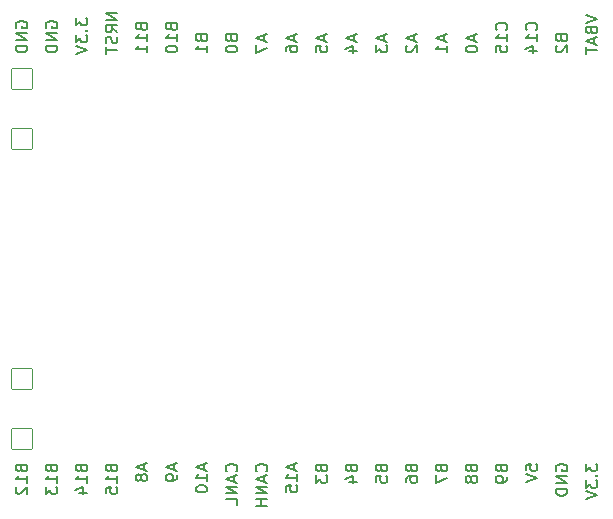
<source format=gbo>
G04 #@! TF.GenerationSoftware,KiCad,Pcbnew,7.0.5*
G04 #@! TF.CreationDate,2023-06-29T23:29:45-06:00*
G04 #@! TF.ProjectId,speedy-breakout,73706565-6479-42d6-9272-65616b6f7574,1.0*
G04 #@! TF.SameCoordinates,Original*
G04 #@! TF.FileFunction,Legend,Bot*
G04 #@! TF.FilePolarity,Positive*
%FSLAX46Y46*%
G04 Gerber Fmt 4.6, Leading zero omitted, Abs format (unit mm)*
G04 Created by KiCad (PCBNEW 7.0.5) date 2023-06-29 23:29:45*
%MOMM*%
%LPD*%
G01*
G04 APERTURE LIST*
G04 Aperture macros list*
%AMRoundRect*
0 Rectangle with rounded corners*
0 $1 Rounding radius*
0 $2 $3 $4 $5 $6 $7 $8 $9 X,Y pos of 4 corners*
0 Add a 4 corners polygon primitive as box body*
4,1,4,$2,$3,$4,$5,$6,$7,$8,$9,$2,$3,0*
0 Add four circle primitives for the rounded corners*
1,1,$1+$1,$2,$3*
1,1,$1+$1,$4,$5*
1,1,$1+$1,$6,$7*
1,1,$1+$1,$8,$9*
0 Add four rect primitives between the rounded corners*
20,1,$1+$1,$2,$3,$4,$5,0*
20,1,$1+$1,$4,$5,$6,$7,0*
20,1,$1+$1,$6,$7,$8,$9,0*
20,1,$1+$1,$8,$9,$2,$3,0*%
G04 Aperture macros list end*
%ADD10C,0.153000*%
%ADD11RoundRect,0.038000X0.850000X-0.850000X0.850000X0.850000X-0.850000X0.850000X-0.850000X-0.850000X0*%
%ADD12O,1.776000X1.776000*%
%ADD13O,2.026000X1.776000*%
%ADD14RoundRect,0.288000X-0.725000X0.600000X-0.725000X-0.600000X0.725000X-0.600000X0.725000X0.600000X0*%
%ADD15C,1.776000*%
%ADD16C,5.676000*%
G04 APERTURE END LIST*
D10*
X141318948Y-117381133D02*
X141318948Y-117857323D01*
X141604663Y-117285895D02*
X140604663Y-117619228D01*
X140604663Y-117619228D02*
X141604663Y-117952561D01*
X141604663Y-118809704D02*
X141604663Y-118238276D01*
X141604663Y-118523990D02*
X140604663Y-118523990D01*
X140604663Y-118523990D02*
X140747520Y-118428752D01*
X140747520Y-118428752D02*
X140842758Y-118333514D01*
X140842758Y-118333514D02*
X140890377Y-118238276D01*
X140604663Y-119714466D02*
X140604663Y-119238276D01*
X140604663Y-119238276D02*
X141080853Y-119190657D01*
X141080853Y-119190657D02*
X141033234Y-119238276D01*
X141033234Y-119238276D02*
X140985615Y-119333514D01*
X140985615Y-119333514D02*
X140985615Y-119571609D01*
X140985615Y-119571609D02*
X141033234Y-119666847D01*
X141033234Y-119666847D02*
X141080853Y-119714466D01*
X141080853Y-119714466D02*
X141176091Y-119762085D01*
X141176091Y-119762085D02*
X141414186Y-119762085D01*
X141414186Y-119762085D02*
X141509424Y-119714466D01*
X141509424Y-119714466D02*
X141557044Y-119666847D01*
X141557044Y-119666847D02*
X141604663Y-119571609D01*
X141604663Y-119571609D02*
X141604663Y-119333514D01*
X141604663Y-119333514D02*
X141557044Y-119238276D01*
X141557044Y-119238276D02*
X141509424Y-119190657D01*
X163512282Y-117952561D02*
X163464663Y-117857323D01*
X163464663Y-117857323D02*
X163464663Y-117714466D01*
X163464663Y-117714466D02*
X163512282Y-117571609D01*
X163512282Y-117571609D02*
X163607520Y-117476371D01*
X163607520Y-117476371D02*
X163702758Y-117428752D01*
X163702758Y-117428752D02*
X163893234Y-117381133D01*
X163893234Y-117381133D02*
X164036091Y-117381133D01*
X164036091Y-117381133D02*
X164226567Y-117428752D01*
X164226567Y-117428752D02*
X164321805Y-117476371D01*
X164321805Y-117476371D02*
X164417044Y-117571609D01*
X164417044Y-117571609D02*
X164464663Y-117714466D01*
X164464663Y-117714466D02*
X164464663Y-117809704D01*
X164464663Y-117809704D02*
X164417044Y-117952561D01*
X164417044Y-117952561D02*
X164369424Y-118000180D01*
X164369424Y-118000180D02*
X164036091Y-118000180D01*
X164036091Y-118000180D02*
X164036091Y-117809704D01*
X164464663Y-118428752D02*
X163464663Y-118428752D01*
X163464663Y-118428752D02*
X164464663Y-119000180D01*
X164464663Y-119000180D02*
X163464663Y-119000180D01*
X164464663Y-119476371D02*
X163464663Y-119476371D01*
X163464663Y-119476371D02*
X163464663Y-119714466D01*
X163464663Y-119714466D02*
X163512282Y-119857323D01*
X163512282Y-119857323D02*
X163607520Y-119952561D01*
X163607520Y-119952561D02*
X163702758Y-120000180D01*
X163702758Y-120000180D02*
X163893234Y-120047799D01*
X163893234Y-120047799D02*
X164036091Y-120047799D01*
X164036091Y-120047799D02*
X164226567Y-120000180D01*
X164226567Y-120000180D02*
X164321805Y-119952561D01*
X164321805Y-119952561D02*
X164417044Y-119857323D01*
X164417044Y-119857323D02*
X164464663Y-119714466D01*
X164464663Y-119714466D02*
X164464663Y-119476371D01*
X125840853Y-117762085D02*
X125888472Y-117904942D01*
X125888472Y-117904942D02*
X125936091Y-117952561D01*
X125936091Y-117952561D02*
X126031329Y-118000180D01*
X126031329Y-118000180D02*
X126174186Y-118000180D01*
X126174186Y-118000180D02*
X126269424Y-117952561D01*
X126269424Y-117952561D02*
X126317044Y-117904942D01*
X126317044Y-117904942D02*
X126364663Y-117809704D01*
X126364663Y-117809704D02*
X126364663Y-117428752D01*
X126364663Y-117428752D02*
X125364663Y-117428752D01*
X125364663Y-117428752D02*
X125364663Y-117762085D01*
X125364663Y-117762085D02*
X125412282Y-117857323D01*
X125412282Y-117857323D02*
X125459901Y-117904942D01*
X125459901Y-117904942D02*
X125555139Y-117952561D01*
X125555139Y-117952561D02*
X125650377Y-117952561D01*
X125650377Y-117952561D02*
X125745615Y-117904942D01*
X125745615Y-117904942D02*
X125793234Y-117857323D01*
X125793234Y-117857323D02*
X125840853Y-117762085D01*
X125840853Y-117762085D02*
X125840853Y-117428752D01*
X126364663Y-118952561D02*
X126364663Y-118381133D01*
X126364663Y-118666847D02*
X125364663Y-118666847D01*
X125364663Y-118666847D02*
X125507520Y-118571609D01*
X125507520Y-118571609D02*
X125602758Y-118476371D01*
X125602758Y-118476371D02*
X125650377Y-118381133D01*
X125364663Y-119857323D02*
X125364663Y-119381133D01*
X125364663Y-119381133D02*
X125840853Y-119333514D01*
X125840853Y-119333514D02*
X125793234Y-119381133D01*
X125793234Y-119381133D02*
X125745615Y-119476371D01*
X125745615Y-119476371D02*
X125745615Y-119714466D01*
X125745615Y-119714466D02*
X125793234Y-119809704D01*
X125793234Y-119809704D02*
X125840853Y-119857323D01*
X125840853Y-119857323D02*
X125936091Y-119904942D01*
X125936091Y-119904942D02*
X126174186Y-119904942D01*
X126174186Y-119904942D02*
X126269424Y-119857323D01*
X126269424Y-119857323D02*
X126317044Y-119809704D01*
X126317044Y-119809704D02*
X126364663Y-119714466D01*
X126364663Y-119714466D02*
X126364663Y-119476371D01*
X126364663Y-119476371D02*
X126317044Y-119381133D01*
X126317044Y-119381133D02*
X126269424Y-119333514D01*
X158860853Y-117762085D02*
X158908472Y-117904942D01*
X158908472Y-117904942D02*
X158956091Y-117952561D01*
X158956091Y-117952561D02*
X159051329Y-118000180D01*
X159051329Y-118000180D02*
X159194186Y-118000180D01*
X159194186Y-118000180D02*
X159289424Y-117952561D01*
X159289424Y-117952561D02*
X159337044Y-117904942D01*
X159337044Y-117904942D02*
X159384663Y-117809704D01*
X159384663Y-117809704D02*
X159384663Y-117428752D01*
X159384663Y-117428752D02*
X158384663Y-117428752D01*
X158384663Y-117428752D02*
X158384663Y-117762085D01*
X158384663Y-117762085D02*
X158432282Y-117857323D01*
X158432282Y-117857323D02*
X158479901Y-117904942D01*
X158479901Y-117904942D02*
X158575139Y-117952561D01*
X158575139Y-117952561D02*
X158670377Y-117952561D01*
X158670377Y-117952561D02*
X158765615Y-117904942D01*
X158765615Y-117904942D02*
X158813234Y-117857323D01*
X158813234Y-117857323D02*
X158860853Y-117762085D01*
X158860853Y-117762085D02*
X158860853Y-117428752D01*
X159384663Y-118476371D02*
X159384663Y-118666847D01*
X159384663Y-118666847D02*
X159337044Y-118762085D01*
X159337044Y-118762085D02*
X159289424Y-118809704D01*
X159289424Y-118809704D02*
X159146567Y-118904942D01*
X159146567Y-118904942D02*
X158956091Y-118952561D01*
X158956091Y-118952561D02*
X158575139Y-118952561D01*
X158575139Y-118952561D02*
X158479901Y-118904942D01*
X158479901Y-118904942D02*
X158432282Y-118857323D01*
X158432282Y-118857323D02*
X158384663Y-118762085D01*
X158384663Y-118762085D02*
X158384663Y-118571609D01*
X158384663Y-118571609D02*
X158432282Y-118476371D01*
X158432282Y-118476371D02*
X158479901Y-118428752D01*
X158479901Y-118428752D02*
X158575139Y-118381133D01*
X158575139Y-118381133D02*
X158813234Y-118381133D01*
X158813234Y-118381133D02*
X158908472Y-118428752D01*
X158908472Y-118428752D02*
X158956091Y-118476371D01*
X158956091Y-118476371D02*
X159003710Y-118571609D01*
X159003710Y-118571609D02*
X159003710Y-118762085D01*
X159003710Y-118762085D02*
X158956091Y-118857323D01*
X158956091Y-118857323D02*
X158908472Y-118904942D01*
X158908472Y-118904942D02*
X158813234Y-118952561D01*
X136429424Y-118000180D02*
X136477044Y-117952561D01*
X136477044Y-117952561D02*
X136524663Y-117809704D01*
X136524663Y-117809704D02*
X136524663Y-117714466D01*
X136524663Y-117714466D02*
X136477044Y-117571609D01*
X136477044Y-117571609D02*
X136381805Y-117476371D01*
X136381805Y-117476371D02*
X136286567Y-117428752D01*
X136286567Y-117428752D02*
X136096091Y-117381133D01*
X136096091Y-117381133D02*
X135953234Y-117381133D01*
X135953234Y-117381133D02*
X135762758Y-117428752D01*
X135762758Y-117428752D02*
X135667520Y-117476371D01*
X135667520Y-117476371D02*
X135572282Y-117571609D01*
X135572282Y-117571609D02*
X135524663Y-117714466D01*
X135524663Y-117714466D02*
X135524663Y-117809704D01*
X135524663Y-117809704D02*
X135572282Y-117952561D01*
X135572282Y-117952561D02*
X135619901Y-118000180D01*
X136238948Y-118381133D02*
X136238948Y-118857323D01*
X136524663Y-118285895D02*
X135524663Y-118619228D01*
X135524663Y-118619228D02*
X136524663Y-118952561D01*
X136524663Y-119285895D02*
X135524663Y-119285895D01*
X135524663Y-119285895D02*
X136524663Y-119857323D01*
X136524663Y-119857323D02*
X135524663Y-119857323D01*
X136524663Y-120809704D02*
X136524663Y-120333514D01*
X136524663Y-120333514D02*
X135524663Y-120333514D01*
X166004663Y-117333514D02*
X166004663Y-117952561D01*
X166004663Y-117952561D02*
X166385615Y-117619228D01*
X166385615Y-117619228D02*
X166385615Y-117762085D01*
X166385615Y-117762085D02*
X166433234Y-117857323D01*
X166433234Y-117857323D02*
X166480853Y-117904942D01*
X166480853Y-117904942D02*
X166576091Y-117952561D01*
X166576091Y-117952561D02*
X166814186Y-117952561D01*
X166814186Y-117952561D02*
X166909424Y-117904942D01*
X166909424Y-117904942D02*
X166957044Y-117857323D01*
X166957044Y-117857323D02*
X167004663Y-117762085D01*
X167004663Y-117762085D02*
X167004663Y-117476371D01*
X167004663Y-117476371D02*
X166957044Y-117381133D01*
X166957044Y-117381133D02*
X166909424Y-117333514D01*
X166909424Y-118381133D02*
X166957044Y-118428752D01*
X166957044Y-118428752D02*
X167004663Y-118381133D01*
X167004663Y-118381133D02*
X166957044Y-118333514D01*
X166957044Y-118333514D02*
X166909424Y-118381133D01*
X166909424Y-118381133D02*
X167004663Y-118381133D01*
X166004663Y-118762085D02*
X166004663Y-119381132D01*
X166004663Y-119381132D02*
X166385615Y-119047799D01*
X166385615Y-119047799D02*
X166385615Y-119190656D01*
X166385615Y-119190656D02*
X166433234Y-119285894D01*
X166433234Y-119285894D02*
X166480853Y-119333513D01*
X166480853Y-119333513D02*
X166576091Y-119381132D01*
X166576091Y-119381132D02*
X166814186Y-119381132D01*
X166814186Y-119381132D02*
X166909424Y-119333513D01*
X166909424Y-119333513D02*
X166957044Y-119285894D01*
X166957044Y-119285894D02*
X167004663Y-119190656D01*
X167004663Y-119190656D02*
X167004663Y-118904942D01*
X167004663Y-118904942D02*
X166957044Y-118809704D01*
X166957044Y-118809704D02*
X166909424Y-118762085D01*
X166004663Y-119666847D02*
X167004663Y-120000180D01*
X167004663Y-120000180D02*
X166004663Y-120333513D01*
X131158948Y-117381133D02*
X131158948Y-117857323D01*
X131444663Y-117285895D02*
X130444663Y-117619228D01*
X130444663Y-117619228D02*
X131444663Y-117952561D01*
X131444663Y-118333514D02*
X131444663Y-118523990D01*
X131444663Y-118523990D02*
X131397044Y-118619228D01*
X131397044Y-118619228D02*
X131349424Y-118666847D01*
X131349424Y-118666847D02*
X131206567Y-118762085D01*
X131206567Y-118762085D02*
X131016091Y-118809704D01*
X131016091Y-118809704D02*
X130635139Y-118809704D01*
X130635139Y-118809704D02*
X130539901Y-118762085D01*
X130539901Y-118762085D02*
X130492282Y-118714466D01*
X130492282Y-118714466D02*
X130444663Y-118619228D01*
X130444663Y-118619228D02*
X130444663Y-118428752D01*
X130444663Y-118428752D02*
X130492282Y-118333514D01*
X130492282Y-118333514D02*
X130539901Y-118285895D01*
X130539901Y-118285895D02*
X130635139Y-118238276D01*
X130635139Y-118238276D02*
X130873234Y-118238276D01*
X130873234Y-118238276D02*
X130968472Y-118285895D01*
X130968472Y-118285895D02*
X131016091Y-118333514D01*
X131016091Y-118333514D02*
X131063710Y-118428752D01*
X131063710Y-118428752D02*
X131063710Y-118619228D01*
X131063710Y-118619228D02*
X131016091Y-118714466D01*
X131016091Y-118714466D02*
X130968472Y-118762085D01*
X130968472Y-118762085D02*
X130873234Y-118809704D01*
X160924663Y-117904942D02*
X160924663Y-117428752D01*
X160924663Y-117428752D02*
X161400853Y-117381133D01*
X161400853Y-117381133D02*
X161353234Y-117428752D01*
X161353234Y-117428752D02*
X161305615Y-117523990D01*
X161305615Y-117523990D02*
X161305615Y-117762085D01*
X161305615Y-117762085D02*
X161353234Y-117857323D01*
X161353234Y-117857323D02*
X161400853Y-117904942D01*
X161400853Y-117904942D02*
X161496091Y-117952561D01*
X161496091Y-117952561D02*
X161734186Y-117952561D01*
X161734186Y-117952561D02*
X161829424Y-117904942D01*
X161829424Y-117904942D02*
X161877044Y-117857323D01*
X161877044Y-117857323D02*
X161924663Y-117762085D01*
X161924663Y-117762085D02*
X161924663Y-117523990D01*
X161924663Y-117523990D02*
X161877044Y-117428752D01*
X161877044Y-117428752D02*
X161829424Y-117381133D01*
X160924663Y-118238276D02*
X161924663Y-118571609D01*
X161924663Y-118571609D02*
X160924663Y-118904942D01*
X120760853Y-117762085D02*
X120808472Y-117904942D01*
X120808472Y-117904942D02*
X120856091Y-117952561D01*
X120856091Y-117952561D02*
X120951329Y-118000180D01*
X120951329Y-118000180D02*
X121094186Y-118000180D01*
X121094186Y-118000180D02*
X121189424Y-117952561D01*
X121189424Y-117952561D02*
X121237044Y-117904942D01*
X121237044Y-117904942D02*
X121284663Y-117809704D01*
X121284663Y-117809704D02*
X121284663Y-117428752D01*
X121284663Y-117428752D02*
X120284663Y-117428752D01*
X120284663Y-117428752D02*
X120284663Y-117762085D01*
X120284663Y-117762085D02*
X120332282Y-117857323D01*
X120332282Y-117857323D02*
X120379901Y-117904942D01*
X120379901Y-117904942D02*
X120475139Y-117952561D01*
X120475139Y-117952561D02*
X120570377Y-117952561D01*
X120570377Y-117952561D02*
X120665615Y-117904942D01*
X120665615Y-117904942D02*
X120713234Y-117857323D01*
X120713234Y-117857323D02*
X120760853Y-117762085D01*
X120760853Y-117762085D02*
X120760853Y-117428752D01*
X121284663Y-118952561D02*
X121284663Y-118381133D01*
X121284663Y-118666847D02*
X120284663Y-118666847D01*
X120284663Y-118666847D02*
X120427520Y-118571609D01*
X120427520Y-118571609D02*
X120522758Y-118476371D01*
X120522758Y-118476371D02*
X120570377Y-118381133D01*
X120284663Y-119285895D02*
X120284663Y-119904942D01*
X120284663Y-119904942D02*
X120665615Y-119571609D01*
X120665615Y-119571609D02*
X120665615Y-119714466D01*
X120665615Y-119714466D02*
X120713234Y-119809704D01*
X120713234Y-119809704D02*
X120760853Y-119857323D01*
X120760853Y-119857323D02*
X120856091Y-119904942D01*
X120856091Y-119904942D02*
X121094186Y-119904942D01*
X121094186Y-119904942D02*
X121189424Y-119857323D01*
X121189424Y-119857323D02*
X121237044Y-119809704D01*
X121237044Y-119809704D02*
X121284663Y-119714466D01*
X121284663Y-119714466D02*
X121284663Y-119428752D01*
X121284663Y-119428752D02*
X121237044Y-119333514D01*
X121237044Y-119333514D02*
X121189424Y-119285895D01*
X143620853Y-117762085D02*
X143668472Y-117904942D01*
X143668472Y-117904942D02*
X143716091Y-117952561D01*
X143716091Y-117952561D02*
X143811329Y-118000180D01*
X143811329Y-118000180D02*
X143954186Y-118000180D01*
X143954186Y-118000180D02*
X144049424Y-117952561D01*
X144049424Y-117952561D02*
X144097044Y-117904942D01*
X144097044Y-117904942D02*
X144144663Y-117809704D01*
X144144663Y-117809704D02*
X144144663Y-117428752D01*
X144144663Y-117428752D02*
X143144663Y-117428752D01*
X143144663Y-117428752D02*
X143144663Y-117762085D01*
X143144663Y-117762085D02*
X143192282Y-117857323D01*
X143192282Y-117857323D02*
X143239901Y-117904942D01*
X143239901Y-117904942D02*
X143335139Y-117952561D01*
X143335139Y-117952561D02*
X143430377Y-117952561D01*
X143430377Y-117952561D02*
X143525615Y-117904942D01*
X143525615Y-117904942D02*
X143573234Y-117857323D01*
X143573234Y-117857323D02*
X143620853Y-117762085D01*
X143620853Y-117762085D02*
X143620853Y-117428752D01*
X143144663Y-118333514D02*
X143144663Y-118952561D01*
X143144663Y-118952561D02*
X143525615Y-118619228D01*
X143525615Y-118619228D02*
X143525615Y-118762085D01*
X143525615Y-118762085D02*
X143573234Y-118857323D01*
X143573234Y-118857323D02*
X143620853Y-118904942D01*
X143620853Y-118904942D02*
X143716091Y-118952561D01*
X143716091Y-118952561D02*
X143954186Y-118952561D01*
X143954186Y-118952561D02*
X144049424Y-118904942D01*
X144049424Y-118904942D02*
X144097044Y-118857323D01*
X144097044Y-118857323D02*
X144144663Y-118762085D01*
X144144663Y-118762085D02*
X144144663Y-118476371D01*
X144144663Y-118476371D02*
X144097044Y-118381133D01*
X144097044Y-118381133D02*
X144049424Y-118333514D01*
X138969424Y-118000180D02*
X139017044Y-117952561D01*
X139017044Y-117952561D02*
X139064663Y-117809704D01*
X139064663Y-117809704D02*
X139064663Y-117714466D01*
X139064663Y-117714466D02*
X139017044Y-117571609D01*
X139017044Y-117571609D02*
X138921805Y-117476371D01*
X138921805Y-117476371D02*
X138826567Y-117428752D01*
X138826567Y-117428752D02*
X138636091Y-117381133D01*
X138636091Y-117381133D02*
X138493234Y-117381133D01*
X138493234Y-117381133D02*
X138302758Y-117428752D01*
X138302758Y-117428752D02*
X138207520Y-117476371D01*
X138207520Y-117476371D02*
X138112282Y-117571609D01*
X138112282Y-117571609D02*
X138064663Y-117714466D01*
X138064663Y-117714466D02*
X138064663Y-117809704D01*
X138064663Y-117809704D02*
X138112282Y-117952561D01*
X138112282Y-117952561D02*
X138159901Y-118000180D01*
X138778948Y-118381133D02*
X138778948Y-118857323D01*
X139064663Y-118285895D02*
X138064663Y-118619228D01*
X138064663Y-118619228D02*
X139064663Y-118952561D01*
X139064663Y-119285895D02*
X138064663Y-119285895D01*
X138064663Y-119285895D02*
X139064663Y-119857323D01*
X139064663Y-119857323D02*
X138064663Y-119857323D01*
X139064663Y-120333514D02*
X138064663Y-120333514D01*
X138540853Y-120333514D02*
X138540853Y-120904942D01*
X139064663Y-120904942D02*
X138064663Y-120904942D01*
X146160853Y-117762085D02*
X146208472Y-117904942D01*
X146208472Y-117904942D02*
X146256091Y-117952561D01*
X146256091Y-117952561D02*
X146351329Y-118000180D01*
X146351329Y-118000180D02*
X146494186Y-118000180D01*
X146494186Y-118000180D02*
X146589424Y-117952561D01*
X146589424Y-117952561D02*
X146637044Y-117904942D01*
X146637044Y-117904942D02*
X146684663Y-117809704D01*
X146684663Y-117809704D02*
X146684663Y-117428752D01*
X146684663Y-117428752D02*
X145684663Y-117428752D01*
X145684663Y-117428752D02*
X145684663Y-117762085D01*
X145684663Y-117762085D02*
X145732282Y-117857323D01*
X145732282Y-117857323D02*
X145779901Y-117904942D01*
X145779901Y-117904942D02*
X145875139Y-117952561D01*
X145875139Y-117952561D02*
X145970377Y-117952561D01*
X145970377Y-117952561D02*
X146065615Y-117904942D01*
X146065615Y-117904942D02*
X146113234Y-117857323D01*
X146113234Y-117857323D02*
X146160853Y-117762085D01*
X146160853Y-117762085D02*
X146160853Y-117428752D01*
X146017996Y-118857323D02*
X146684663Y-118857323D01*
X145637044Y-118619228D02*
X146351329Y-118381133D01*
X146351329Y-118381133D02*
X146351329Y-119000180D01*
X133698948Y-117381133D02*
X133698948Y-117857323D01*
X133984663Y-117285895D02*
X132984663Y-117619228D01*
X132984663Y-117619228D02*
X133984663Y-117952561D01*
X133984663Y-118809704D02*
X133984663Y-118238276D01*
X133984663Y-118523990D02*
X132984663Y-118523990D01*
X132984663Y-118523990D02*
X133127520Y-118428752D01*
X133127520Y-118428752D02*
X133222758Y-118333514D01*
X133222758Y-118333514D02*
X133270377Y-118238276D01*
X132984663Y-119428752D02*
X132984663Y-119523990D01*
X132984663Y-119523990D02*
X133032282Y-119619228D01*
X133032282Y-119619228D02*
X133079901Y-119666847D01*
X133079901Y-119666847D02*
X133175139Y-119714466D01*
X133175139Y-119714466D02*
X133365615Y-119762085D01*
X133365615Y-119762085D02*
X133603710Y-119762085D01*
X133603710Y-119762085D02*
X133794186Y-119714466D01*
X133794186Y-119714466D02*
X133889424Y-119666847D01*
X133889424Y-119666847D02*
X133937044Y-119619228D01*
X133937044Y-119619228D02*
X133984663Y-119523990D01*
X133984663Y-119523990D02*
X133984663Y-119428752D01*
X133984663Y-119428752D02*
X133937044Y-119333514D01*
X133937044Y-119333514D02*
X133889424Y-119285895D01*
X133889424Y-119285895D02*
X133794186Y-119238276D01*
X133794186Y-119238276D02*
X133603710Y-119190657D01*
X133603710Y-119190657D02*
X133365615Y-119190657D01*
X133365615Y-119190657D02*
X133175139Y-119238276D01*
X133175139Y-119238276D02*
X133079901Y-119285895D01*
X133079901Y-119285895D02*
X133032282Y-119333514D01*
X133032282Y-119333514D02*
X132984663Y-119428752D01*
X128618948Y-117381133D02*
X128618948Y-117857323D01*
X128904663Y-117285895D02*
X127904663Y-117619228D01*
X127904663Y-117619228D02*
X128904663Y-117952561D01*
X128333234Y-118428752D02*
X128285615Y-118333514D01*
X128285615Y-118333514D02*
X128237996Y-118285895D01*
X128237996Y-118285895D02*
X128142758Y-118238276D01*
X128142758Y-118238276D02*
X128095139Y-118238276D01*
X128095139Y-118238276D02*
X127999901Y-118285895D01*
X127999901Y-118285895D02*
X127952282Y-118333514D01*
X127952282Y-118333514D02*
X127904663Y-118428752D01*
X127904663Y-118428752D02*
X127904663Y-118619228D01*
X127904663Y-118619228D02*
X127952282Y-118714466D01*
X127952282Y-118714466D02*
X127999901Y-118762085D01*
X127999901Y-118762085D02*
X128095139Y-118809704D01*
X128095139Y-118809704D02*
X128142758Y-118809704D01*
X128142758Y-118809704D02*
X128237996Y-118762085D01*
X128237996Y-118762085D02*
X128285615Y-118714466D01*
X128285615Y-118714466D02*
X128333234Y-118619228D01*
X128333234Y-118619228D02*
X128333234Y-118428752D01*
X128333234Y-118428752D02*
X128380853Y-118333514D01*
X128380853Y-118333514D02*
X128428472Y-118285895D01*
X128428472Y-118285895D02*
X128523710Y-118238276D01*
X128523710Y-118238276D02*
X128714186Y-118238276D01*
X128714186Y-118238276D02*
X128809424Y-118285895D01*
X128809424Y-118285895D02*
X128857044Y-118333514D01*
X128857044Y-118333514D02*
X128904663Y-118428752D01*
X128904663Y-118428752D02*
X128904663Y-118619228D01*
X128904663Y-118619228D02*
X128857044Y-118714466D01*
X128857044Y-118714466D02*
X128809424Y-118762085D01*
X128809424Y-118762085D02*
X128714186Y-118809704D01*
X128714186Y-118809704D02*
X128523710Y-118809704D01*
X128523710Y-118809704D02*
X128428472Y-118762085D01*
X128428472Y-118762085D02*
X128380853Y-118714466D01*
X128380853Y-118714466D02*
X128333234Y-118619228D01*
X118220853Y-117762085D02*
X118268472Y-117904942D01*
X118268472Y-117904942D02*
X118316091Y-117952561D01*
X118316091Y-117952561D02*
X118411329Y-118000180D01*
X118411329Y-118000180D02*
X118554186Y-118000180D01*
X118554186Y-118000180D02*
X118649424Y-117952561D01*
X118649424Y-117952561D02*
X118697044Y-117904942D01*
X118697044Y-117904942D02*
X118744663Y-117809704D01*
X118744663Y-117809704D02*
X118744663Y-117428752D01*
X118744663Y-117428752D02*
X117744663Y-117428752D01*
X117744663Y-117428752D02*
X117744663Y-117762085D01*
X117744663Y-117762085D02*
X117792282Y-117857323D01*
X117792282Y-117857323D02*
X117839901Y-117904942D01*
X117839901Y-117904942D02*
X117935139Y-117952561D01*
X117935139Y-117952561D02*
X118030377Y-117952561D01*
X118030377Y-117952561D02*
X118125615Y-117904942D01*
X118125615Y-117904942D02*
X118173234Y-117857323D01*
X118173234Y-117857323D02*
X118220853Y-117762085D01*
X118220853Y-117762085D02*
X118220853Y-117428752D01*
X118744663Y-118952561D02*
X118744663Y-118381133D01*
X118744663Y-118666847D02*
X117744663Y-118666847D01*
X117744663Y-118666847D02*
X117887520Y-118571609D01*
X117887520Y-118571609D02*
X117982758Y-118476371D01*
X117982758Y-118476371D02*
X118030377Y-118381133D01*
X117839901Y-119333514D02*
X117792282Y-119381133D01*
X117792282Y-119381133D02*
X117744663Y-119476371D01*
X117744663Y-119476371D02*
X117744663Y-119714466D01*
X117744663Y-119714466D02*
X117792282Y-119809704D01*
X117792282Y-119809704D02*
X117839901Y-119857323D01*
X117839901Y-119857323D02*
X117935139Y-119904942D01*
X117935139Y-119904942D02*
X118030377Y-119904942D01*
X118030377Y-119904942D02*
X118173234Y-119857323D01*
X118173234Y-119857323D02*
X118744663Y-119285895D01*
X118744663Y-119285895D02*
X118744663Y-119904942D01*
X156320853Y-117762085D02*
X156368472Y-117904942D01*
X156368472Y-117904942D02*
X156416091Y-117952561D01*
X156416091Y-117952561D02*
X156511329Y-118000180D01*
X156511329Y-118000180D02*
X156654186Y-118000180D01*
X156654186Y-118000180D02*
X156749424Y-117952561D01*
X156749424Y-117952561D02*
X156797044Y-117904942D01*
X156797044Y-117904942D02*
X156844663Y-117809704D01*
X156844663Y-117809704D02*
X156844663Y-117428752D01*
X156844663Y-117428752D02*
X155844663Y-117428752D01*
X155844663Y-117428752D02*
X155844663Y-117762085D01*
X155844663Y-117762085D02*
X155892282Y-117857323D01*
X155892282Y-117857323D02*
X155939901Y-117904942D01*
X155939901Y-117904942D02*
X156035139Y-117952561D01*
X156035139Y-117952561D02*
X156130377Y-117952561D01*
X156130377Y-117952561D02*
X156225615Y-117904942D01*
X156225615Y-117904942D02*
X156273234Y-117857323D01*
X156273234Y-117857323D02*
X156320853Y-117762085D01*
X156320853Y-117762085D02*
X156320853Y-117428752D01*
X156273234Y-118571609D02*
X156225615Y-118476371D01*
X156225615Y-118476371D02*
X156177996Y-118428752D01*
X156177996Y-118428752D02*
X156082758Y-118381133D01*
X156082758Y-118381133D02*
X156035139Y-118381133D01*
X156035139Y-118381133D02*
X155939901Y-118428752D01*
X155939901Y-118428752D02*
X155892282Y-118476371D01*
X155892282Y-118476371D02*
X155844663Y-118571609D01*
X155844663Y-118571609D02*
X155844663Y-118762085D01*
X155844663Y-118762085D02*
X155892282Y-118857323D01*
X155892282Y-118857323D02*
X155939901Y-118904942D01*
X155939901Y-118904942D02*
X156035139Y-118952561D01*
X156035139Y-118952561D02*
X156082758Y-118952561D01*
X156082758Y-118952561D02*
X156177996Y-118904942D01*
X156177996Y-118904942D02*
X156225615Y-118857323D01*
X156225615Y-118857323D02*
X156273234Y-118762085D01*
X156273234Y-118762085D02*
X156273234Y-118571609D01*
X156273234Y-118571609D02*
X156320853Y-118476371D01*
X156320853Y-118476371D02*
X156368472Y-118428752D01*
X156368472Y-118428752D02*
X156463710Y-118381133D01*
X156463710Y-118381133D02*
X156654186Y-118381133D01*
X156654186Y-118381133D02*
X156749424Y-118428752D01*
X156749424Y-118428752D02*
X156797044Y-118476371D01*
X156797044Y-118476371D02*
X156844663Y-118571609D01*
X156844663Y-118571609D02*
X156844663Y-118762085D01*
X156844663Y-118762085D02*
X156797044Y-118857323D01*
X156797044Y-118857323D02*
X156749424Y-118904942D01*
X156749424Y-118904942D02*
X156654186Y-118952561D01*
X156654186Y-118952561D02*
X156463710Y-118952561D01*
X156463710Y-118952561D02*
X156368472Y-118904942D01*
X156368472Y-118904942D02*
X156320853Y-118857323D01*
X156320853Y-118857323D02*
X156273234Y-118762085D01*
X148700853Y-117762085D02*
X148748472Y-117904942D01*
X148748472Y-117904942D02*
X148796091Y-117952561D01*
X148796091Y-117952561D02*
X148891329Y-118000180D01*
X148891329Y-118000180D02*
X149034186Y-118000180D01*
X149034186Y-118000180D02*
X149129424Y-117952561D01*
X149129424Y-117952561D02*
X149177044Y-117904942D01*
X149177044Y-117904942D02*
X149224663Y-117809704D01*
X149224663Y-117809704D02*
X149224663Y-117428752D01*
X149224663Y-117428752D02*
X148224663Y-117428752D01*
X148224663Y-117428752D02*
X148224663Y-117762085D01*
X148224663Y-117762085D02*
X148272282Y-117857323D01*
X148272282Y-117857323D02*
X148319901Y-117904942D01*
X148319901Y-117904942D02*
X148415139Y-117952561D01*
X148415139Y-117952561D02*
X148510377Y-117952561D01*
X148510377Y-117952561D02*
X148605615Y-117904942D01*
X148605615Y-117904942D02*
X148653234Y-117857323D01*
X148653234Y-117857323D02*
X148700853Y-117762085D01*
X148700853Y-117762085D02*
X148700853Y-117428752D01*
X148224663Y-118904942D02*
X148224663Y-118428752D01*
X148224663Y-118428752D02*
X148700853Y-118381133D01*
X148700853Y-118381133D02*
X148653234Y-118428752D01*
X148653234Y-118428752D02*
X148605615Y-118523990D01*
X148605615Y-118523990D02*
X148605615Y-118762085D01*
X148605615Y-118762085D02*
X148653234Y-118857323D01*
X148653234Y-118857323D02*
X148700853Y-118904942D01*
X148700853Y-118904942D02*
X148796091Y-118952561D01*
X148796091Y-118952561D02*
X149034186Y-118952561D01*
X149034186Y-118952561D02*
X149129424Y-118904942D01*
X149129424Y-118904942D02*
X149177044Y-118857323D01*
X149177044Y-118857323D02*
X149224663Y-118762085D01*
X149224663Y-118762085D02*
X149224663Y-118523990D01*
X149224663Y-118523990D02*
X149177044Y-118428752D01*
X149177044Y-118428752D02*
X149129424Y-118381133D01*
X153780853Y-117762085D02*
X153828472Y-117904942D01*
X153828472Y-117904942D02*
X153876091Y-117952561D01*
X153876091Y-117952561D02*
X153971329Y-118000180D01*
X153971329Y-118000180D02*
X154114186Y-118000180D01*
X154114186Y-118000180D02*
X154209424Y-117952561D01*
X154209424Y-117952561D02*
X154257044Y-117904942D01*
X154257044Y-117904942D02*
X154304663Y-117809704D01*
X154304663Y-117809704D02*
X154304663Y-117428752D01*
X154304663Y-117428752D02*
X153304663Y-117428752D01*
X153304663Y-117428752D02*
X153304663Y-117762085D01*
X153304663Y-117762085D02*
X153352282Y-117857323D01*
X153352282Y-117857323D02*
X153399901Y-117904942D01*
X153399901Y-117904942D02*
X153495139Y-117952561D01*
X153495139Y-117952561D02*
X153590377Y-117952561D01*
X153590377Y-117952561D02*
X153685615Y-117904942D01*
X153685615Y-117904942D02*
X153733234Y-117857323D01*
X153733234Y-117857323D02*
X153780853Y-117762085D01*
X153780853Y-117762085D02*
X153780853Y-117428752D01*
X153304663Y-118333514D02*
X153304663Y-119000180D01*
X153304663Y-119000180D02*
X154304663Y-118571609D01*
X123300853Y-117762085D02*
X123348472Y-117904942D01*
X123348472Y-117904942D02*
X123396091Y-117952561D01*
X123396091Y-117952561D02*
X123491329Y-118000180D01*
X123491329Y-118000180D02*
X123634186Y-118000180D01*
X123634186Y-118000180D02*
X123729424Y-117952561D01*
X123729424Y-117952561D02*
X123777044Y-117904942D01*
X123777044Y-117904942D02*
X123824663Y-117809704D01*
X123824663Y-117809704D02*
X123824663Y-117428752D01*
X123824663Y-117428752D02*
X122824663Y-117428752D01*
X122824663Y-117428752D02*
X122824663Y-117762085D01*
X122824663Y-117762085D02*
X122872282Y-117857323D01*
X122872282Y-117857323D02*
X122919901Y-117904942D01*
X122919901Y-117904942D02*
X123015139Y-117952561D01*
X123015139Y-117952561D02*
X123110377Y-117952561D01*
X123110377Y-117952561D02*
X123205615Y-117904942D01*
X123205615Y-117904942D02*
X123253234Y-117857323D01*
X123253234Y-117857323D02*
X123300853Y-117762085D01*
X123300853Y-117762085D02*
X123300853Y-117428752D01*
X123824663Y-118952561D02*
X123824663Y-118381133D01*
X123824663Y-118666847D02*
X122824663Y-118666847D01*
X122824663Y-118666847D02*
X122967520Y-118571609D01*
X122967520Y-118571609D02*
X123062758Y-118476371D01*
X123062758Y-118476371D02*
X123110377Y-118381133D01*
X123157996Y-119809704D02*
X123824663Y-119809704D01*
X122777044Y-119571609D02*
X123491329Y-119333514D01*
X123491329Y-119333514D02*
X123491329Y-119952561D01*
X151240853Y-117762085D02*
X151288472Y-117904942D01*
X151288472Y-117904942D02*
X151336091Y-117952561D01*
X151336091Y-117952561D02*
X151431329Y-118000180D01*
X151431329Y-118000180D02*
X151574186Y-118000180D01*
X151574186Y-118000180D02*
X151669424Y-117952561D01*
X151669424Y-117952561D02*
X151717044Y-117904942D01*
X151717044Y-117904942D02*
X151764663Y-117809704D01*
X151764663Y-117809704D02*
X151764663Y-117428752D01*
X151764663Y-117428752D02*
X150764663Y-117428752D01*
X150764663Y-117428752D02*
X150764663Y-117762085D01*
X150764663Y-117762085D02*
X150812282Y-117857323D01*
X150812282Y-117857323D02*
X150859901Y-117904942D01*
X150859901Y-117904942D02*
X150955139Y-117952561D01*
X150955139Y-117952561D02*
X151050377Y-117952561D01*
X151050377Y-117952561D02*
X151145615Y-117904942D01*
X151145615Y-117904942D02*
X151193234Y-117857323D01*
X151193234Y-117857323D02*
X151240853Y-117762085D01*
X151240853Y-117762085D02*
X151240853Y-117428752D01*
X150764663Y-118857323D02*
X150764663Y-118666847D01*
X150764663Y-118666847D02*
X150812282Y-118571609D01*
X150812282Y-118571609D02*
X150859901Y-118523990D01*
X150859901Y-118523990D02*
X151002758Y-118428752D01*
X151002758Y-118428752D02*
X151193234Y-118381133D01*
X151193234Y-118381133D02*
X151574186Y-118381133D01*
X151574186Y-118381133D02*
X151669424Y-118428752D01*
X151669424Y-118428752D02*
X151717044Y-118476371D01*
X151717044Y-118476371D02*
X151764663Y-118571609D01*
X151764663Y-118571609D02*
X151764663Y-118762085D01*
X151764663Y-118762085D02*
X151717044Y-118857323D01*
X151717044Y-118857323D02*
X151669424Y-118904942D01*
X151669424Y-118904942D02*
X151574186Y-118952561D01*
X151574186Y-118952561D02*
X151336091Y-118952561D01*
X151336091Y-118952561D02*
X151240853Y-118904942D01*
X151240853Y-118904942D02*
X151193234Y-118857323D01*
X151193234Y-118857323D02*
X151145615Y-118762085D01*
X151145615Y-118762085D02*
X151145615Y-118571609D01*
X151145615Y-118571609D02*
X151193234Y-118476371D01*
X151193234Y-118476371D02*
X151240853Y-118428752D01*
X151240853Y-118428752D02*
X151336091Y-118381133D01*
X130920853Y-80386009D02*
X130968472Y-80528866D01*
X130968472Y-80528866D02*
X131016091Y-80576485D01*
X131016091Y-80576485D02*
X131111329Y-80624104D01*
X131111329Y-80624104D02*
X131254186Y-80624104D01*
X131254186Y-80624104D02*
X131349424Y-80576485D01*
X131349424Y-80576485D02*
X131397044Y-80528866D01*
X131397044Y-80528866D02*
X131444663Y-80433628D01*
X131444663Y-80433628D02*
X131444663Y-80052676D01*
X131444663Y-80052676D02*
X130444663Y-80052676D01*
X130444663Y-80052676D02*
X130444663Y-80386009D01*
X130444663Y-80386009D02*
X130492282Y-80481247D01*
X130492282Y-80481247D02*
X130539901Y-80528866D01*
X130539901Y-80528866D02*
X130635139Y-80576485D01*
X130635139Y-80576485D02*
X130730377Y-80576485D01*
X130730377Y-80576485D02*
X130825615Y-80528866D01*
X130825615Y-80528866D02*
X130873234Y-80481247D01*
X130873234Y-80481247D02*
X130920853Y-80386009D01*
X130920853Y-80386009D02*
X130920853Y-80052676D01*
X131444663Y-81576485D02*
X131444663Y-81005057D01*
X131444663Y-81290771D02*
X130444663Y-81290771D01*
X130444663Y-81290771D02*
X130587520Y-81195533D01*
X130587520Y-81195533D02*
X130682758Y-81100295D01*
X130682758Y-81100295D02*
X130730377Y-81005057D01*
X130444663Y-82195533D02*
X130444663Y-82290771D01*
X130444663Y-82290771D02*
X130492282Y-82386009D01*
X130492282Y-82386009D02*
X130539901Y-82433628D01*
X130539901Y-82433628D02*
X130635139Y-82481247D01*
X130635139Y-82481247D02*
X130825615Y-82528866D01*
X130825615Y-82528866D02*
X131063710Y-82528866D01*
X131063710Y-82528866D02*
X131254186Y-82481247D01*
X131254186Y-82481247D02*
X131349424Y-82433628D01*
X131349424Y-82433628D02*
X131397044Y-82386009D01*
X131397044Y-82386009D02*
X131444663Y-82290771D01*
X131444663Y-82290771D02*
X131444663Y-82195533D01*
X131444663Y-82195533D02*
X131397044Y-82100295D01*
X131397044Y-82100295D02*
X131349424Y-82052676D01*
X131349424Y-82052676D02*
X131254186Y-82005057D01*
X131254186Y-82005057D02*
X131063710Y-81957438D01*
X131063710Y-81957438D02*
X130825615Y-81957438D01*
X130825615Y-81957438D02*
X130635139Y-82005057D01*
X130635139Y-82005057D02*
X130539901Y-82052676D01*
X130539901Y-82052676D02*
X130492282Y-82100295D01*
X130492282Y-82100295D02*
X130444663Y-82195533D01*
X126364663Y-79195533D02*
X125364663Y-79195533D01*
X125364663Y-79195533D02*
X126364663Y-79766961D01*
X126364663Y-79766961D02*
X125364663Y-79766961D01*
X126364663Y-80814580D02*
X125888472Y-80481247D01*
X126364663Y-80243152D02*
X125364663Y-80243152D01*
X125364663Y-80243152D02*
X125364663Y-80624104D01*
X125364663Y-80624104D02*
X125412282Y-80719342D01*
X125412282Y-80719342D02*
X125459901Y-80766961D01*
X125459901Y-80766961D02*
X125555139Y-80814580D01*
X125555139Y-80814580D02*
X125697996Y-80814580D01*
X125697996Y-80814580D02*
X125793234Y-80766961D01*
X125793234Y-80766961D02*
X125840853Y-80719342D01*
X125840853Y-80719342D02*
X125888472Y-80624104D01*
X125888472Y-80624104D02*
X125888472Y-80243152D01*
X126317044Y-81195533D02*
X126364663Y-81338390D01*
X126364663Y-81338390D02*
X126364663Y-81576485D01*
X126364663Y-81576485D02*
X126317044Y-81671723D01*
X126317044Y-81671723D02*
X126269424Y-81719342D01*
X126269424Y-81719342D02*
X126174186Y-81766961D01*
X126174186Y-81766961D02*
X126078948Y-81766961D01*
X126078948Y-81766961D02*
X125983710Y-81719342D01*
X125983710Y-81719342D02*
X125936091Y-81671723D01*
X125936091Y-81671723D02*
X125888472Y-81576485D01*
X125888472Y-81576485D02*
X125840853Y-81386009D01*
X125840853Y-81386009D02*
X125793234Y-81290771D01*
X125793234Y-81290771D02*
X125745615Y-81243152D01*
X125745615Y-81243152D02*
X125650377Y-81195533D01*
X125650377Y-81195533D02*
X125555139Y-81195533D01*
X125555139Y-81195533D02*
X125459901Y-81243152D01*
X125459901Y-81243152D02*
X125412282Y-81290771D01*
X125412282Y-81290771D02*
X125364663Y-81386009D01*
X125364663Y-81386009D02*
X125364663Y-81624104D01*
X125364663Y-81624104D02*
X125412282Y-81766961D01*
X125364663Y-82052676D02*
X125364663Y-82624104D01*
X126364663Y-82338390D02*
X125364663Y-82338390D01*
X117792282Y-80433628D02*
X117744663Y-80338390D01*
X117744663Y-80338390D02*
X117744663Y-80195533D01*
X117744663Y-80195533D02*
X117792282Y-80052676D01*
X117792282Y-80052676D02*
X117887520Y-79957438D01*
X117887520Y-79957438D02*
X117982758Y-79909819D01*
X117982758Y-79909819D02*
X118173234Y-79862200D01*
X118173234Y-79862200D02*
X118316091Y-79862200D01*
X118316091Y-79862200D02*
X118506567Y-79909819D01*
X118506567Y-79909819D02*
X118601805Y-79957438D01*
X118601805Y-79957438D02*
X118697044Y-80052676D01*
X118697044Y-80052676D02*
X118744663Y-80195533D01*
X118744663Y-80195533D02*
X118744663Y-80290771D01*
X118744663Y-80290771D02*
X118697044Y-80433628D01*
X118697044Y-80433628D02*
X118649424Y-80481247D01*
X118649424Y-80481247D02*
X118316091Y-80481247D01*
X118316091Y-80481247D02*
X118316091Y-80290771D01*
X118744663Y-80909819D02*
X117744663Y-80909819D01*
X117744663Y-80909819D02*
X118744663Y-81481247D01*
X118744663Y-81481247D02*
X117744663Y-81481247D01*
X118744663Y-81957438D02*
X117744663Y-81957438D01*
X117744663Y-81957438D02*
X117744663Y-82195533D01*
X117744663Y-82195533D02*
X117792282Y-82338390D01*
X117792282Y-82338390D02*
X117887520Y-82433628D01*
X117887520Y-82433628D02*
X117982758Y-82481247D01*
X117982758Y-82481247D02*
X118173234Y-82528866D01*
X118173234Y-82528866D02*
X118316091Y-82528866D01*
X118316091Y-82528866D02*
X118506567Y-82481247D01*
X118506567Y-82481247D02*
X118601805Y-82433628D01*
X118601805Y-82433628D02*
X118697044Y-82338390D01*
X118697044Y-82338390D02*
X118744663Y-82195533D01*
X118744663Y-82195533D02*
X118744663Y-81957438D01*
X161829424Y-80624104D02*
X161877044Y-80576485D01*
X161877044Y-80576485D02*
X161924663Y-80433628D01*
X161924663Y-80433628D02*
X161924663Y-80338390D01*
X161924663Y-80338390D02*
X161877044Y-80195533D01*
X161877044Y-80195533D02*
X161781805Y-80100295D01*
X161781805Y-80100295D02*
X161686567Y-80052676D01*
X161686567Y-80052676D02*
X161496091Y-80005057D01*
X161496091Y-80005057D02*
X161353234Y-80005057D01*
X161353234Y-80005057D02*
X161162758Y-80052676D01*
X161162758Y-80052676D02*
X161067520Y-80100295D01*
X161067520Y-80100295D02*
X160972282Y-80195533D01*
X160972282Y-80195533D02*
X160924663Y-80338390D01*
X160924663Y-80338390D02*
X160924663Y-80433628D01*
X160924663Y-80433628D02*
X160972282Y-80576485D01*
X160972282Y-80576485D02*
X161019901Y-80624104D01*
X161924663Y-81576485D02*
X161924663Y-81005057D01*
X161924663Y-81290771D02*
X160924663Y-81290771D01*
X160924663Y-81290771D02*
X161067520Y-81195533D01*
X161067520Y-81195533D02*
X161162758Y-81100295D01*
X161162758Y-81100295D02*
X161210377Y-81005057D01*
X161257996Y-82433628D02*
X161924663Y-82433628D01*
X160877044Y-82195533D02*
X161591329Y-81957438D01*
X161591329Y-81957438D02*
X161591329Y-82576485D01*
X136000853Y-81338390D02*
X136048472Y-81481247D01*
X136048472Y-81481247D02*
X136096091Y-81528866D01*
X136096091Y-81528866D02*
X136191329Y-81576485D01*
X136191329Y-81576485D02*
X136334186Y-81576485D01*
X136334186Y-81576485D02*
X136429424Y-81528866D01*
X136429424Y-81528866D02*
X136477044Y-81481247D01*
X136477044Y-81481247D02*
X136524663Y-81386009D01*
X136524663Y-81386009D02*
X136524663Y-81005057D01*
X136524663Y-81005057D02*
X135524663Y-81005057D01*
X135524663Y-81005057D02*
X135524663Y-81338390D01*
X135524663Y-81338390D02*
X135572282Y-81433628D01*
X135572282Y-81433628D02*
X135619901Y-81481247D01*
X135619901Y-81481247D02*
X135715139Y-81528866D01*
X135715139Y-81528866D02*
X135810377Y-81528866D01*
X135810377Y-81528866D02*
X135905615Y-81481247D01*
X135905615Y-81481247D02*
X135953234Y-81433628D01*
X135953234Y-81433628D02*
X136000853Y-81338390D01*
X136000853Y-81338390D02*
X136000853Y-81005057D01*
X135524663Y-82195533D02*
X135524663Y-82290771D01*
X135524663Y-82290771D02*
X135572282Y-82386009D01*
X135572282Y-82386009D02*
X135619901Y-82433628D01*
X135619901Y-82433628D02*
X135715139Y-82481247D01*
X135715139Y-82481247D02*
X135905615Y-82528866D01*
X135905615Y-82528866D02*
X136143710Y-82528866D01*
X136143710Y-82528866D02*
X136334186Y-82481247D01*
X136334186Y-82481247D02*
X136429424Y-82433628D01*
X136429424Y-82433628D02*
X136477044Y-82386009D01*
X136477044Y-82386009D02*
X136524663Y-82290771D01*
X136524663Y-82290771D02*
X136524663Y-82195533D01*
X136524663Y-82195533D02*
X136477044Y-82100295D01*
X136477044Y-82100295D02*
X136429424Y-82052676D01*
X136429424Y-82052676D02*
X136334186Y-82005057D01*
X136334186Y-82005057D02*
X136143710Y-81957438D01*
X136143710Y-81957438D02*
X135905615Y-81957438D01*
X135905615Y-81957438D02*
X135715139Y-82005057D01*
X135715139Y-82005057D02*
X135619901Y-82052676D01*
X135619901Y-82052676D02*
X135572282Y-82100295D01*
X135572282Y-82100295D02*
X135524663Y-82195533D01*
X122824663Y-79624105D02*
X122824663Y-80243152D01*
X122824663Y-80243152D02*
X123205615Y-79909819D01*
X123205615Y-79909819D02*
X123205615Y-80052676D01*
X123205615Y-80052676D02*
X123253234Y-80147914D01*
X123253234Y-80147914D02*
X123300853Y-80195533D01*
X123300853Y-80195533D02*
X123396091Y-80243152D01*
X123396091Y-80243152D02*
X123634186Y-80243152D01*
X123634186Y-80243152D02*
X123729424Y-80195533D01*
X123729424Y-80195533D02*
X123777044Y-80147914D01*
X123777044Y-80147914D02*
X123824663Y-80052676D01*
X123824663Y-80052676D02*
X123824663Y-79766962D01*
X123824663Y-79766962D02*
X123777044Y-79671724D01*
X123777044Y-79671724D02*
X123729424Y-79624105D01*
X123729424Y-80671724D02*
X123777044Y-80719343D01*
X123777044Y-80719343D02*
X123824663Y-80671724D01*
X123824663Y-80671724D02*
X123777044Y-80624105D01*
X123777044Y-80624105D02*
X123729424Y-80671724D01*
X123729424Y-80671724D02*
X123824663Y-80671724D01*
X122824663Y-81052676D02*
X122824663Y-81671723D01*
X122824663Y-81671723D02*
X123205615Y-81338390D01*
X123205615Y-81338390D02*
X123205615Y-81481247D01*
X123205615Y-81481247D02*
X123253234Y-81576485D01*
X123253234Y-81576485D02*
X123300853Y-81624104D01*
X123300853Y-81624104D02*
X123396091Y-81671723D01*
X123396091Y-81671723D02*
X123634186Y-81671723D01*
X123634186Y-81671723D02*
X123729424Y-81624104D01*
X123729424Y-81624104D02*
X123777044Y-81576485D01*
X123777044Y-81576485D02*
X123824663Y-81481247D01*
X123824663Y-81481247D02*
X123824663Y-81195533D01*
X123824663Y-81195533D02*
X123777044Y-81100295D01*
X123777044Y-81100295D02*
X123729424Y-81052676D01*
X122824663Y-81957438D02*
X123824663Y-82290771D01*
X123824663Y-82290771D02*
X122824663Y-82624104D01*
X163940853Y-81338390D02*
X163988472Y-81481247D01*
X163988472Y-81481247D02*
X164036091Y-81528866D01*
X164036091Y-81528866D02*
X164131329Y-81576485D01*
X164131329Y-81576485D02*
X164274186Y-81576485D01*
X164274186Y-81576485D02*
X164369424Y-81528866D01*
X164369424Y-81528866D02*
X164417044Y-81481247D01*
X164417044Y-81481247D02*
X164464663Y-81386009D01*
X164464663Y-81386009D02*
X164464663Y-81005057D01*
X164464663Y-81005057D02*
X163464663Y-81005057D01*
X163464663Y-81005057D02*
X163464663Y-81338390D01*
X163464663Y-81338390D02*
X163512282Y-81433628D01*
X163512282Y-81433628D02*
X163559901Y-81481247D01*
X163559901Y-81481247D02*
X163655139Y-81528866D01*
X163655139Y-81528866D02*
X163750377Y-81528866D01*
X163750377Y-81528866D02*
X163845615Y-81481247D01*
X163845615Y-81481247D02*
X163893234Y-81433628D01*
X163893234Y-81433628D02*
X163940853Y-81338390D01*
X163940853Y-81338390D02*
X163940853Y-81005057D01*
X163559901Y-81957438D02*
X163512282Y-82005057D01*
X163512282Y-82005057D02*
X163464663Y-82100295D01*
X163464663Y-82100295D02*
X163464663Y-82338390D01*
X163464663Y-82338390D02*
X163512282Y-82433628D01*
X163512282Y-82433628D02*
X163559901Y-82481247D01*
X163559901Y-82481247D02*
X163655139Y-82528866D01*
X163655139Y-82528866D02*
X163750377Y-82528866D01*
X163750377Y-82528866D02*
X163893234Y-82481247D01*
X163893234Y-82481247D02*
X164464663Y-81909819D01*
X164464663Y-81909819D02*
X164464663Y-82528866D01*
X156558948Y-81100295D02*
X156558948Y-81576485D01*
X156844663Y-81005057D02*
X155844663Y-81338390D01*
X155844663Y-81338390D02*
X156844663Y-81671723D01*
X155844663Y-82195533D02*
X155844663Y-82290771D01*
X155844663Y-82290771D02*
X155892282Y-82386009D01*
X155892282Y-82386009D02*
X155939901Y-82433628D01*
X155939901Y-82433628D02*
X156035139Y-82481247D01*
X156035139Y-82481247D02*
X156225615Y-82528866D01*
X156225615Y-82528866D02*
X156463710Y-82528866D01*
X156463710Y-82528866D02*
X156654186Y-82481247D01*
X156654186Y-82481247D02*
X156749424Y-82433628D01*
X156749424Y-82433628D02*
X156797044Y-82386009D01*
X156797044Y-82386009D02*
X156844663Y-82290771D01*
X156844663Y-82290771D02*
X156844663Y-82195533D01*
X156844663Y-82195533D02*
X156797044Y-82100295D01*
X156797044Y-82100295D02*
X156749424Y-82052676D01*
X156749424Y-82052676D02*
X156654186Y-82005057D01*
X156654186Y-82005057D02*
X156463710Y-81957438D01*
X156463710Y-81957438D02*
X156225615Y-81957438D01*
X156225615Y-81957438D02*
X156035139Y-82005057D01*
X156035139Y-82005057D02*
X155939901Y-82052676D01*
X155939901Y-82052676D02*
X155892282Y-82100295D01*
X155892282Y-82100295D02*
X155844663Y-82195533D01*
X154018948Y-81100295D02*
X154018948Y-81576485D01*
X154304663Y-81005057D02*
X153304663Y-81338390D01*
X153304663Y-81338390D02*
X154304663Y-81671723D01*
X154304663Y-82528866D02*
X154304663Y-81957438D01*
X154304663Y-82243152D02*
X153304663Y-82243152D01*
X153304663Y-82243152D02*
X153447520Y-82147914D01*
X153447520Y-82147914D02*
X153542758Y-82052676D01*
X153542758Y-82052676D02*
X153590377Y-81957438D01*
X120332282Y-80433628D02*
X120284663Y-80338390D01*
X120284663Y-80338390D02*
X120284663Y-80195533D01*
X120284663Y-80195533D02*
X120332282Y-80052676D01*
X120332282Y-80052676D02*
X120427520Y-79957438D01*
X120427520Y-79957438D02*
X120522758Y-79909819D01*
X120522758Y-79909819D02*
X120713234Y-79862200D01*
X120713234Y-79862200D02*
X120856091Y-79862200D01*
X120856091Y-79862200D02*
X121046567Y-79909819D01*
X121046567Y-79909819D02*
X121141805Y-79957438D01*
X121141805Y-79957438D02*
X121237044Y-80052676D01*
X121237044Y-80052676D02*
X121284663Y-80195533D01*
X121284663Y-80195533D02*
X121284663Y-80290771D01*
X121284663Y-80290771D02*
X121237044Y-80433628D01*
X121237044Y-80433628D02*
X121189424Y-80481247D01*
X121189424Y-80481247D02*
X120856091Y-80481247D01*
X120856091Y-80481247D02*
X120856091Y-80290771D01*
X121284663Y-80909819D02*
X120284663Y-80909819D01*
X120284663Y-80909819D02*
X121284663Y-81481247D01*
X121284663Y-81481247D02*
X120284663Y-81481247D01*
X121284663Y-81957438D02*
X120284663Y-81957438D01*
X120284663Y-81957438D02*
X120284663Y-82195533D01*
X120284663Y-82195533D02*
X120332282Y-82338390D01*
X120332282Y-82338390D02*
X120427520Y-82433628D01*
X120427520Y-82433628D02*
X120522758Y-82481247D01*
X120522758Y-82481247D02*
X120713234Y-82528866D01*
X120713234Y-82528866D02*
X120856091Y-82528866D01*
X120856091Y-82528866D02*
X121046567Y-82481247D01*
X121046567Y-82481247D02*
X121141805Y-82433628D01*
X121141805Y-82433628D02*
X121237044Y-82338390D01*
X121237044Y-82338390D02*
X121284663Y-82195533D01*
X121284663Y-82195533D02*
X121284663Y-81957438D01*
X143858948Y-81100295D02*
X143858948Y-81576485D01*
X144144663Y-81005057D02*
X143144663Y-81338390D01*
X143144663Y-81338390D02*
X144144663Y-81671723D01*
X143144663Y-82481247D02*
X143144663Y-82005057D01*
X143144663Y-82005057D02*
X143620853Y-81957438D01*
X143620853Y-81957438D02*
X143573234Y-82005057D01*
X143573234Y-82005057D02*
X143525615Y-82100295D01*
X143525615Y-82100295D02*
X143525615Y-82338390D01*
X143525615Y-82338390D02*
X143573234Y-82433628D01*
X143573234Y-82433628D02*
X143620853Y-82481247D01*
X143620853Y-82481247D02*
X143716091Y-82528866D01*
X143716091Y-82528866D02*
X143954186Y-82528866D01*
X143954186Y-82528866D02*
X144049424Y-82481247D01*
X144049424Y-82481247D02*
X144097044Y-82433628D01*
X144097044Y-82433628D02*
X144144663Y-82338390D01*
X144144663Y-82338390D02*
X144144663Y-82100295D01*
X144144663Y-82100295D02*
X144097044Y-82005057D01*
X144097044Y-82005057D02*
X144049424Y-81957438D01*
X151478948Y-81100295D02*
X151478948Y-81576485D01*
X151764663Y-81005057D02*
X150764663Y-81338390D01*
X150764663Y-81338390D02*
X151764663Y-81671723D01*
X150859901Y-81957438D02*
X150812282Y-82005057D01*
X150812282Y-82005057D02*
X150764663Y-82100295D01*
X150764663Y-82100295D02*
X150764663Y-82338390D01*
X150764663Y-82338390D02*
X150812282Y-82433628D01*
X150812282Y-82433628D02*
X150859901Y-82481247D01*
X150859901Y-82481247D02*
X150955139Y-82528866D01*
X150955139Y-82528866D02*
X151050377Y-82528866D01*
X151050377Y-82528866D02*
X151193234Y-82481247D01*
X151193234Y-82481247D02*
X151764663Y-81909819D01*
X151764663Y-81909819D02*
X151764663Y-82528866D01*
X138778948Y-81100295D02*
X138778948Y-81576485D01*
X139064663Y-81005057D02*
X138064663Y-81338390D01*
X138064663Y-81338390D02*
X139064663Y-81671723D01*
X138064663Y-81909819D02*
X138064663Y-82576485D01*
X138064663Y-82576485D02*
X139064663Y-82147914D01*
X148938948Y-81100295D02*
X148938948Y-81576485D01*
X149224663Y-81005057D02*
X148224663Y-81338390D01*
X148224663Y-81338390D02*
X149224663Y-81671723D01*
X148224663Y-81909819D02*
X148224663Y-82528866D01*
X148224663Y-82528866D02*
X148605615Y-82195533D01*
X148605615Y-82195533D02*
X148605615Y-82338390D01*
X148605615Y-82338390D02*
X148653234Y-82433628D01*
X148653234Y-82433628D02*
X148700853Y-82481247D01*
X148700853Y-82481247D02*
X148796091Y-82528866D01*
X148796091Y-82528866D02*
X149034186Y-82528866D01*
X149034186Y-82528866D02*
X149129424Y-82481247D01*
X149129424Y-82481247D02*
X149177044Y-82433628D01*
X149177044Y-82433628D02*
X149224663Y-82338390D01*
X149224663Y-82338390D02*
X149224663Y-82052676D01*
X149224663Y-82052676D02*
X149177044Y-81957438D01*
X149177044Y-81957438D02*
X149129424Y-81909819D01*
X133460853Y-81338390D02*
X133508472Y-81481247D01*
X133508472Y-81481247D02*
X133556091Y-81528866D01*
X133556091Y-81528866D02*
X133651329Y-81576485D01*
X133651329Y-81576485D02*
X133794186Y-81576485D01*
X133794186Y-81576485D02*
X133889424Y-81528866D01*
X133889424Y-81528866D02*
X133937044Y-81481247D01*
X133937044Y-81481247D02*
X133984663Y-81386009D01*
X133984663Y-81386009D02*
X133984663Y-81005057D01*
X133984663Y-81005057D02*
X132984663Y-81005057D01*
X132984663Y-81005057D02*
X132984663Y-81338390D01*
X132984663Y-81338390D02*
X133032282Y-81433628D01*
X133032282Y-81433628D02*
X133079901Y-81481247D01*
X133079901Y-81481247D02*
X133175139Y-81528866D01*
X133175139Y-81528866D02*
X133270377Y-81528866D01*
X133270377Y-81528866D02*
X133365615Y-81481247D01*
X133365615Y-81481247D02*
X133413234Y-81433628D01*
X133413234Y-81433628D02*
X133460853Y-81338390D01*
X133460853Y-81338390D02*
X133460853Y-81005057D01*
X133984663Y-82528866D02*
X133984663Y-81957438D01*
X133984663Y-82243152D02*
X132984663Y-82243152D01*
X132984663Y-82243152D02*
X133127520Y-82147914D01*
X133127520Y-82147914D02*
X133222758Y-82052676D01*
X133222758Y-82052676D02*
X133270377Y-81957438D01*
X159289424Y-80624104D02*
X159337044Y-80576485D01*
X159337044Y-80576485D02*
X159384663Y-80433628D01*
X159384663Y-80433628D02*
X159384663Y-80338390D01*
X159384663Y-80338390D02*
X159337044Y-80195533D01*
X159337044Y-80195533D02*
X159241805Y-80100295D01*
X159241805Y-80100295D02*
X159146567Y-80052676D01*
X159146567Y-80052676D02*
X158956091Y-80005057D01*
X158956091Y-80005057D02*
X158813234Y-80005057D01*
X158813234Y-80005057D02*
X158622758Y-80052676D01*
X158622758Y-80052676D02*
X158527520Y-80100295D01*
X158527520Y-80100295D02*
X158432282Y-80195533D01*
X158432282Y-80195533D02*
X158384663Y-80338390D01*
X158384663Y-80338390D02*
X158384663Y-80433628D01*
X158384663Y-80433628D02*
X158432282Y-80576485D01*
X158432282Y-80576485D02*
X158479901Y-80624104D01*
X159384663Y-81576485D02*
X159384663Y-81005057D01*
X159384663Y-81290771D02*
X158384663Y-81290771D01*
X158384663Y-81290771D02*
X158527520Y-81195533D01*
X158527520Y-81195533D02*
X158622758Y-81100295D01*
X158622758Y-81100295D02*
X158670377Y-81005057D01*
X158384663Y-82481247D02*
X158384663Y-82005057D01*
X158384663Y-82005057D02*
X158860853Y-81957438D01*
X158860853Y-81957438D02*
X158813234Y-82005057D01*
X158813234Y-82005057D02*
X158765615Y-82100295D01*
X158765615Y-82100295D02*
X158765615Y-82338390D01*
X158765615Y-82338390D02*
X158813234Y-82433628D01*
X158813234Y-82433628D02*
X158860853Y-82481247D01*
X158860853Y-82481247D02*
X158956091Y-82528866D01*
X158956091Y-82528866D02*
X159194186Y-82528866D01*
X159194186Y-82528866D02*
X159289424Y-82481247D01*
X159289424Y-82481247D02*
X159337044Y-82433628D01*
X159337044Y-82433628D02*
X159384663Y-82338390D01*
X159384663Y-82338390D02*
X159384663Y-82100295D01*
X159384663Y-82100295D02*
X159337044Y-82005057D01*
X159337044Y-82005057D02*
X159289424Y-81957438D01*
X141318948Y-81100295D02*
X141318948Y-81576485D01*
X141604663Y-81005057D02*
X140604663Y-81338390D01*
X140604663Y-81338390D02*
X141604663Y-81671723D01*
X140604663Y-82433628D02*
X140604663Y-82243152D01*
X140604663Y-82243152D02*
X140652282Y-82147914D01*
X140652282Y-82147914D02*
X140699901Y-82100295D01*
X140699901Y-82100295D02*
X140842758Y-82005057D01*
X140842758Y-82005057D02*
X141033234Y-81957438D01*
X141033234Y-81957438D02*
X141414186Y-81957438D01*
X141414186Y-81957438D02*
X141509424Y-82005057D01*
X141509424Y-82005057D02*
X141557044Y-82052676D01*
X141557044Y-82052676D02*
X141604663Y-82147914D01*
X141604663Y-82147914D02*
X141604663Y-82338390D01*
X141604663Y-82338390D02*
X141557044Y-82433628D01*
X141557044Y-82433628D02*
X141509424Y-82481247D01*
X141509424Y-82481247D02*
X141414186Y-82528866D01*
X141414186Y-82528866D02*
X141176091Y-82528866D01*
X141176091Y-82528866D02*
X141080853Y-82481247D01*
X141080853Y-82481247D02*
X141033234Y-82433628D01*
X141033234Y-82433628D02*
X140985615Y-82338390D01*
X140985615Y-82338390D02*
X140985615Y-82147914D01*
X140985615Y-82147914D02*
X141033234Y-82052676D01*
X141033234Y-82052676D02*
X141080853Y-82005057D01*
X141080853Y-82005057D02*
X141176091Y-81957438D01*
X128380853Y-80386009D02*
X128428472Y-80528866D01*
X128428472Y-80528866D02*
X128476091Y-80576485D01*
X128476091Y-80576485D02*
X128571329Y-80624104D01*
X128571329Y-80624104D02*
X128714186Y-80624104D01*
X128714186Y-80624104D02*
X128809424Y-80576485D01*
X128809424Y-80576485D02*
X128857044Y-80528866D01*
X128857044Y-80528866D02*
X128904663Y-80433628D01*
X128904663Y-80433628D02*
X128904663Y-80052676D01*
X128904663Y-80052676D02*
X127904663Y-80052676D01*
X127904663Y-80052676D02*
X127904663Y-80386009D01*
X127904663Y-80386009D02*
X127952282Y-80481247D01*
X127952282Y-80481247D02*
X127999901Y-80528866D01*
X127999901Y-80528866D02*
X128095139Y-80576485D01*
X128095139Y-80576485D02*
X128190377Y-80576485D01*
X128190377Y-80576485D02*
X128285615Y-80528866D01*
X128285615Y-80528866D02*
X128333234Y-80481247D01*
X128333234Y-80481247D02*
X128380853Y-80386009D01*
X128380853Y-80386009D02*
X128380853Y-80052676D01*
X128904663Y-81576485D02*
X128904663Y-81005057D01*
X128904663Y-81290771D02*
X127904663Y-81290771D01*
X127904663Y-81290771D02*
X128047520Y-81195533D01*
X128047520Y-81195533D02*
X128142758Y-81100295D01*
X128142758Y-81100295D02*
X128190377Y-81005057D01*
X128904663Y-82528866D02*
X128904663Y-81957438D01*
X128904663Y-82243152D02*
X127904663Y-82243152D01*
X127904663Y-82243152D02*
X128047520Y-82147914D01*
X128047520Y-82147914D02*
X128142758Y-82052676D01*
X128142758Y-82052676D02*
X128190377Y-81957438D01*
X166004663Y-79338390D02*
X167004663Y-79671723D01*
X167004663Y-79671723D02*
X166004663Y-80005056D01*
X166480853Y-80671723D02*
X166528472Y-80814580D01*
X166528472Y-80814580D02*
X166576091Y-80862199D01*
X166576091Y-80862199D02*
X166671329Y-80909818D01*
X166671329Y-80909818D02*
X166814186Y-80909818D01*
X166814186Y-80909818D02*
X166909424Y-80862199D01*
X166909424Y-80862199D02*
X166957044Y-80814580D01*
X166957044Y-80814580D02*
X167004663Y-80719342D01*
X167004663Y-80719342D02*
X167004663Y-80338390D01*
X167004663Y-80338390D02*
X166004663Y-80338390D01*
X166004663Y-80338390D02*
X166004663Y-80671723D01*
X166004663Y-80671723D02*
X166052282Y-80766961D01*
X166052282Y-80766961D02*
X166099901Y-80814580D01*
X166099901Y-80814580D02*
X166195139Y-80862199D01*
X166195139Y-80862199D02*
X166290377Y-80862199D01*
X166290377Y-80862199D02*
X166385615Y-80814580D01*
X166385615Y-80814580D02*
X166433234Y-80766961D01*
X166433234Y-80766961D02*
X166480853Y-80671723D01*
X166480853Y-80671723D02*
X166480853Y-80338390D01*
X166718948Y-81290771D02*
X166718948Y-81766961D01*
X167004663Y-81195533D02*
X166004663Y-81528866D01*
X166004663Y-81528866D02*
X167004663Y-81862199D01*
X166004663Y-82052676D02*
X166004663Y-82624104D01*
X167004663Y-82338390D02*
X166004663Y-82338390D01*
X146398948Y-81100295D02*
X146398948Y-81576485D01*
X146684663Y-81005057D02*
X145684663Y-81338390D01*
X145684663Y-81338390D02*
X146684663Y-81671723D01*
X146017996Y-82433628D02*
X146684663Y-82433628D01*
X145637044Y-82195533D02*
X146351329Y-81957438D01*
X146351329Y-81957438D02*
X146351329Y-82576485D01*
%LPC*%
D11*
X173230000Y-79705401D03*
D12*
X175770000Y-79705401D03*
X178310000Y-79705401D03*
X180850000Y-79705401D03*
X183390000Y-79705401D03*
X185930000Y-79705401D03*
X185930000Y-120230000D03*
X183390000Y-120230000D03*
X180850000Y-120230000D03*
X178310000Y-120230000D03*
X175770000Y-120230000D03*
D11*
X173230000Y-120230000D03*
X173230000Y-87325401D03*
D12*
X175770000Y-87325401D03*
X178310000Y-87325401D03*
X180850000Y-87325401D03*
X183390000Y-87325401D03*
X185930000Y-87325401D03*
X185930000Y-112725401D03*
X183390000Y-112725401D03*
X180850000Y-112725401D03*
X178310000Y-112725401D03*
X175770000Y-112725401D03*
D11*
X173230000Y-112725401D03*
D13*
X105000000Y-96250000D03*
X105000000Y-93750000D03*
X105000000Y-91250000D03*
D14*
X105000000Y-88750000D03*
D12*
X166552200Y-89840401D03*
X164012200Y-89840401D03*
X161472200Y-89840401D03*
X158932200Y-89840401D03*
X156392200Y-89840401D03*
X153852200Y-89840401D03*
X151312200Y-89840401D03*
X148772200Y-89840401D03*
X146232200Y-89840401D03*
X143692200Y-89840401D03*
X141152200Y-89840401D03*
X138612200Y-89840401D03*
X136072200Y-89840401D03*
X133532200Y-89840401D03*
X130992200Y-89840401D03*
X128452200Y-89840401D03*
X125912200Y-89840401D03*
X123372200Y-89840401D03*
X120832200Y-89840401D03*
D11*
X118292200Y-89840401D03*
D13*
X105000000Y-111250000D03*
X105000000Y-108750000D03*
X105000000Y-106250000D03*
D14*
X105000000Y-103750000D03*
D15*
X190650000Y-93635000D03*
X185570000Y-93635000D03*
D11*
X190650000Y-96175000D03*
X185570000Y-96175000D03*
D12*
X166552200Y-110160401D03*
X164012200Y-110160401D03*
X161472200Y-110160401D03*
X158932200Y-110160401D03*
X156392200Y-110160401D03*
X153852200Y-110160401D03*
X151312200Y-110160401D03*
X148772200Y-110160401D03*
X146232200Y-110160401D03*
X143692200Y-110160401D03*
X141152200Y-110160401D03*
X138612200Y-110160401D03*
X136072200Y-110160401D03*
X133532200Y-110160401D03*
X130992200Y-110160401D03*
X128452200Y-110160401D03*
X125912200Y-110160401D03*
X123372200Y-110160401D03*
X120832200Y-110160401D03*
D11*
X118292200Y-110160401D03*
D12*
X114675000Y-84760401D03*
D11*
X112135000Y-84760401D03*
D16*
X195000000Y-80000000D03*
D12*
X166552200Y-84760401D03*
X164012200Y-84760401D03*
X161472200Y-84760401D03*
X158932200Y-84760401D03*
X156392200Y-84760401D03*
X153852200Y-84760401D03*
X151312200Y-84760401D03*
X148772200Y-84760401D03*
X146232200Y-84760401D03*
X143692200Y-84760401D03*
X141152200Y-84760401D03*
X138612200Y-84760401D03*
X136072200Y-84760401D03*
X133532200Y-84760401D03*
X130992200Y-84760401D03*
X128452200Y-84760401D03*
X125912200Y-84760401D03*
X123372200Y-84760401D03*
X120832200Y-84760401D03*
D11*
X118292200Y-84760401D03*
D16*
X105000000Y-120000000D03*
D15*
X190650000Y-101285000D03*
X185570000Y-101285000D03*
D11*
X190650000Y-103825000D03*
X185570000Y-103825000D03*
D16*
X195000000Y-120000000D03*
X105000000Y-80000000D03*
D12*
X166552200Y-115240401D03*
X164012200Y-115240401D03*
X161472200Y-115240401D03*
X158932200Y-115240401D03*
X156392200Y-115240401D03*
X153852200Y-115240401D03*
X151312200Y-115240401D03*
X148772200Y-115240401D03*
X146232200Y-115240401D03*
X143692200Y-115240401D03*
X141152200Y-115240401D03*
X138612200Y-115240401D03*
X136072200Y-115240401D03*
X133532200Y-115240401D03*
X130992200Y-115240401D03*
X128452200Y-115240401D03*
X125912200Y-115240401D03*
X123372200Y-115240401D03*
X120832200Y-115240401D03*
D11*
X118292200Y-115240401D03*
%LPD*%
M02*

</source>
